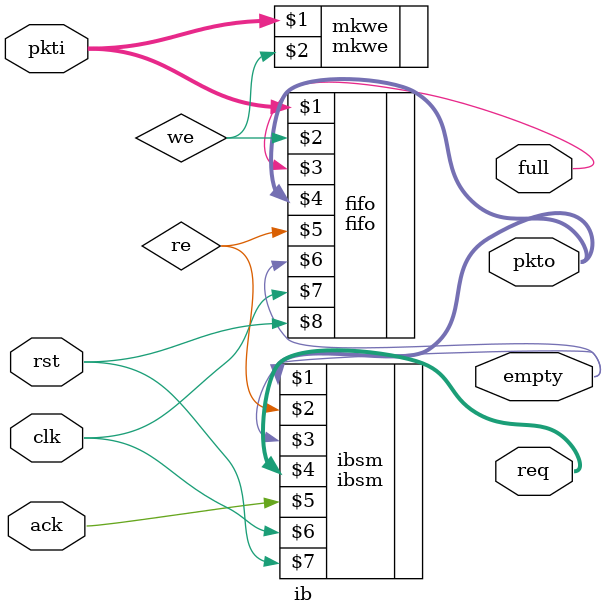
<source format=v>
module ib(input [9:0] pkti, output [9:0] pkto, output [3:0] req, input ack,
	output empty, full, input clk, rst);
	mkwe mkwe(pkti, we);
	fifo fifo(pkti, we, full, pkto, re, empty, clk, rst);
	ibsm ibsm(pkto, re, empty, req, ack, clk, rst);
endmodule


</source>
